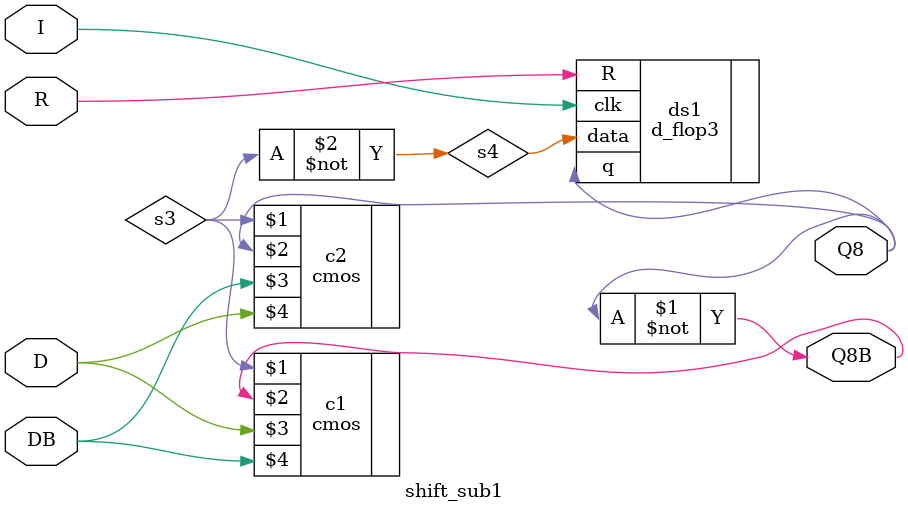
<source format=v>
`include "dflop3.v"
module shift_sub1(R,I,D,DB,Q8,Q8B);
input I,D,DB,R;
output Q8,Q8B;
wire s3,s4;
wire Q8,Q8B;

d_flop3  ds1(.data(s4),.R(R),.clk(I),.q(Q8));

not  inv1(Q8B,Q8),
     inv2(s4,s3);
     
cmos  c1(s3,Q8B,D,DB),
      c2(s3,Q8,DB,D);
     
    
endmodule      

</source>
